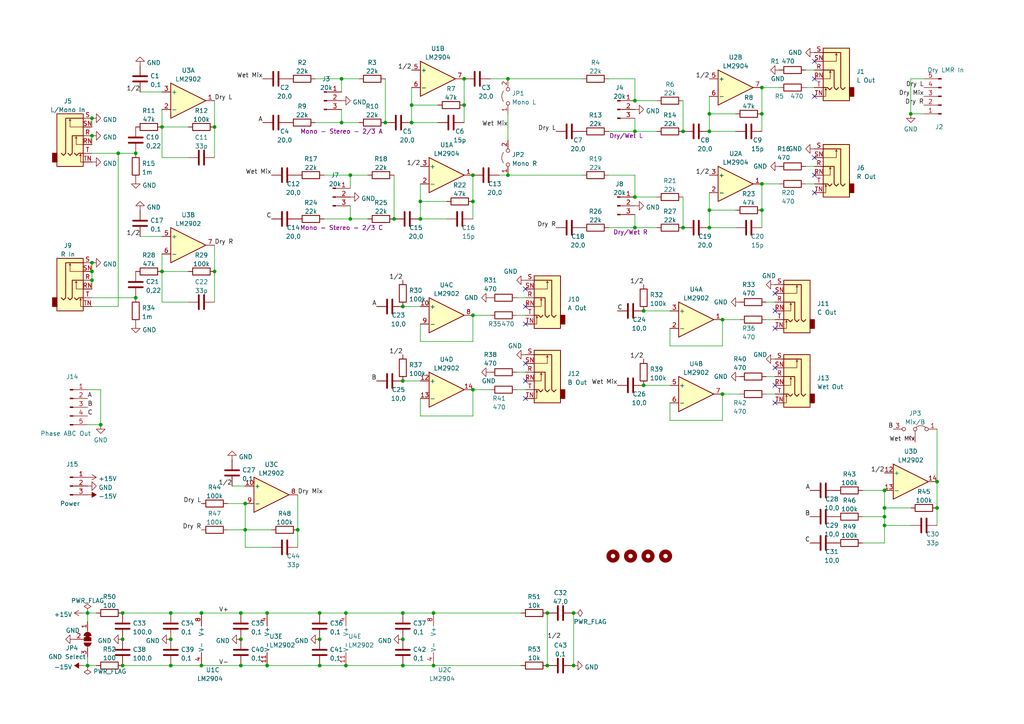
<source format=kicad_sch>
(kicad_sch (version 20211123) (generator eeschema)
  (paper "A4")
  (junction (at 116.84 185.42))
  (junction (at 116.84 193.04))
  (junction (at 26.67 78.74))
  (junction (at 184.15 38.1))
  (junction (at 99.06 35.56))
  (junction (at 35.56 177.8))
  (junction (at 137.16 50.8))
  (junction (at 49.53 193.04))
  (junction (at 264.16 33.02))
  (junction (at 158.75 177.8))
  (junction (at 92.71 193.04))
  (junction (at 69.85 185.42))
  (junction (at 205.74 66.04))
  (junction (at 184.15 57.15))
  (junction (at 271.78 139.7))
  (junction (at 46.99 78.74))
  (junction (at 198.12 66.04))
  (junction (at 77.47 193.04))
  (junction (at 111.76 35.56))
  (junction (at 26.67 76.2))
  (junction (at 69.85 193.04))
  (junction (at 25.4 177.8))
  (junction (at 39.37 44.45))
  (junction (at 166.37 193.04))
  (junction (at 121.92 58.42))
  (junction (at 205.74 33.02))
  (junction (at 116.84 88.9))
  (junction (at 205.74 60.96))
  (junction (at 137.16 91.44))
  (junction (at 100.33 193.04))
  (junction (at 34.29 44.45))
  (junction (at 271.78 147.32))
  (junction (at 49.53 185.42))
  (junction (at 58.42 177.8))
  (junction (at 71.12 146.05))
  (junction (at 25.4 193.04))
  (junction (at 137.16 113.03))
  (junction (at 158.75 193.04))
  (junction (at 35.56 193.04))
  (junction (at 125.73 177.8))
  (junction (at 137.16 58.42))
  (junction (at 86.36 153.67))
  (junction (at 256.54 147.32))
  (junction (at 220.98 60.96))
  (junction (at 26.67 81.28))
  (junction (at 184.15 29.21))
  (junction (at 116.84 177.8))
  (junction (at 101.6 63.5))
  (junction (at 184.15 66.04))
  (junction (at 220.98 33.02))
  (junction (at 116.84 110.49))
  (junction (at 209.55 114.3))
  (junction (at 71.12 153.67))
  (junction (at 58.42 193.04))
  (junction (at 92.71 185.42))
  (junction (at 220.98 25.4))
  (junction (at 205.74 38.1))
  (junction (at 125.73 193.04))
  (junction (at 39.37 86.36))
  (junction (at 49.53 177.8))
  (junction (at 147.32 22.86))
  (junction (at 186.69 90.17))
  (junction (at 69.85 177.8))
  (junction (at 26.67 39.37))
  (junction (at 134.62 30.48))
  (junction (at 46.99 36.83))
  (junction (at 119.38 30.48))
  (junction (at 62.23 78.74))
  (junction (at 114.3 63.5))
  (junction (at 220.98 53.34))
  (junction (at 121.92 63.5))
  (junction (at 147.32 50.8))
  (junction (at 256.54 152.4))
  (junction (at 134.62 22.86))
  (junction (at 92.71 177.8))
  (junction (at 186.69 111.76))
  (junction (at 166.37 177.8))
  (junction (at 256.54 149.86))
  (junction (at 35.56 185.42))
  (junction (at 209.55 92.71))
  (junction (at 62.23 36.83))
  (junction (at 101.6 50.8))
  (junction (at 29.21 123.19))
  (junction (at 256.54 142.24))
  (junction (at 100.33 177.8))
  (junction (at 119.38 35.56))
  (junction (at 198.12 38.1))
  (junction (at 77.47 177.8))
  (junction (at 26.67 34.29))
  (junction (at 99.06 22.86))
  (no_connect (at 152.4 105.41))
  (no_connect (at 236.22 45.72))
  (no_connect (at 152.4 110.49))
  (no_connect (at 224.79 116.84))
  (no_connect (at 236.22 27.94))
  (no_connect (at 152.4 83.82))
  (no_connect (at 224.79 111.76))
  (no_connect (at 236.22 55.88))
  (no_connect (at 236.22 17.78))
  (no_connect (at 236.22 22.86))
  (no_connect (at 152.4 93.98))
  (no_connect (at 224.79 106.68))
  (no_connect (at 224.79 90.17))
  (no_connect (at 236.22 50.8))
  (no_connect (at 224.79 85.09))
  (no_connect (at 224.79 95.25))
  (no_connect (at 152.4 115.57))
  (no_connect (at 152.4 88.9))
  (wire (pts (xy 46.99 31.75) (xy 46.99 36.83)))
  (wire (pts (xy 91.44 35.56) (xy 99.06 35.56)))
  (wire (pts (xy 25.4 123.19) (xy 29.21 123.19)))
  (wire (pts (xy 99.06 35.56) (xy 99.06 31.75)))
  (wire (pts (xy 46.99 73.66) (xy 46.99 78.74)))
  (wire (pts (xy 137.16 113.03) (xy 137.16 120.65)))
  (wire (pts (xy 100.33 177.8) (xy 116.84 177.8)))
  (wire (pts (xy 71.12 153.67) (xy 78.74 153.67)))
  (wire (pts (xy 54.61 45.72) (xy 46.99 45.72)))
  (wire (pts (xy 25.4 177.8) (xy 27.94 177.8)))
  (wire (pts (xy 176.53 22.86) (xy 184.15 22.86)))
  (wire (pts (xy 111.76 22.86) (xy 111.76 35.56)))
  (wire (pts (xy 194.31 116.84) (xy 194.31 121.92)))
  (wire (pts (xy 184.15 29.21) (xy 190.5 29.21)))
  (wire (pts (xy 250.19 149.86) (xy 256.54 149.86)))
  (wire (pts (xy 92.71 193.04) (xy 100.33 193.04)))
  (wire (pts (xy 142.24 22.86) (xy 147.32 22.86)))
  (wire (pts (xy 34.29 88.9) (xy 34.29 44.45)))
  (wire (pts (xy 66.04 146.05) (xy 71.12 146.05)))
  (wire (pts (xy 198.12 29.21) (xy 198.12 38.1)))
  (wire (pts (xy 71.12 158.75) (xy 71.12 153.67)))
  (wire (pts (xy 119.38 30.48) (xy 119.38 25.4)))
  (wire (pts (xy 198.12 57.15) (xy 198.12 66.04)))
  (wire (pts (xy 93.98 50.8) (xy 101.6 50.8)))
  (wire (pts (xy 256.54 147.32) (xy 256.54 142.24)))
  (wire (pts (xy 137.16 91.44) (xy 137.16 99.06)))
  (wire (pts (xy 92.71 177.8) (xy 100.33 177.8)))
  (wire (pts (xy 176.53 50.8) (xy 184.15 50.8)))
  (wire (pts (xy 49.53 193.04) (xy 58.42 193.04)))
  (wire (pts (xy 194.31 100.33) (xy 209.55 100.33)))
  (wire (pts (xy 137.16 113.03) (xy 142.24 113.03)))
  (wire (pts (xy 93.98 63.5) (xy 101.6 63.5)))
  (wire (pts (xy 250.19 142.24) (xy 256.54 142.24)))
  (wire (pts (xy 184.15 22.86) (xy 184.15 29.21)))
  (wire (pts (xy 186.69 90.17) (xy 194.31 90.17)))
  (wire (pts (xy 220.98 53.34) (xy 226.06 53.34)))
  (wire (pts (xy 101.6 54.61) (xy 101.6 50.8)))
  (wire (pts (xy 224.79 109.22) (xy 222.25 109.22)))
  (wire (pts (xy 67.31 140.97) (xy 71.12 140.97)))
  (wire (pts (xy 66.04 153.67) (xy 71.12 153.67)))
  (wire (pts (xy 147.32 50.8) (xy 144.78 50.8)))
  (wire (pts (xy 264.16 152.4) (xy 256.54 152.4)))
  (wire (pts (xy 267.97 22.86) (xy 264.16 22.86)))
  (wire (pts (xy 46.99 87.63) (xy 46.99 78.74)))
  (wire (pts (xy 25.4 113.03) (xy 29.21 113.03)))
  (wire (pts (xy 129.54 63.5) (xy 121.92 63.5)))
  (wire (pts (xy 100.33 193.04) (xy 116.84 193.04)))
  (wire (pts (xy 40.64 68.58) (xy 46.99 68.58)))
  (wire (pts (xy 137.16 50.8) (xy 137.16 58.42)))
  (wire (pts (xy 78.74 158.75) (xy 71.12 158.75)))
  (wire (pts (xy 62.23 36.83) (xy 62.23 45.72)))
  (wire (pts (xy 184.15 66.04) (xy 184.15 62.23)))
  (wire (pts (xy 209.55 92.71) (xy 209.55 100.33)))
  (wire (pts (xy 121.92 120.65) (xy 137.16 120.65)))
  (wire (pts (xy 168.91 50.8) (xy 147.32 50.8)))
  (wire (pts (xy 194.31 95.25) (xy 194.31 100.33)))
  (wire (pts (xy 34.29 44.45) (xy 39.37 44.45)))
  (wire (pts (xy 176.53 38.1) (xy 184.15 38.1)))
  (wire (pts (xy 116.84 193.04) (xy 125.73 193.04)))
  (wire (pts (xy 236.22 48.26) (xy 233.68 48.26)))
  (wire (pts (xy 256.54 152.4) (xy 256.54 149.86)))
  (wire (pts (xy 62.23 29.21) (xy 62.23 36.83)))
  (wire (pts (xy 250.19 157.48) (xy 256.54 157.48)))
  (wire (pts (xy 129.54 58.42) (xy 121.92 58.42)))
  (wire (pts (xy 205.74 38.1) (xy 205.74 33.02)))
  (wire (pts (xy 62.23 78.74) (xy 62.23 87.63)))
  (wire (pts (xy 86.36 143.51) (xy 86.36 153.67)))
  (wire (pts (xy 264.16 33.02) (xy 267.97 33.02)))
  (wire (pts (xy 26.67 78.74) (xy 26.67 81.28)))
  (wire (pts (xy 158.75 177.8) (xy 158.75 193.04)))
  (wire (pts (xy 121.92 58.42) (xy 121.92 53.34)))
  (wire (pts (xy 213.36 66.04) (xy 205.74 66.04)))
  (wire (pts (xy 62.23 71.12) (xy 62.23 78.74)))
  (wire (pts (xy 40.64 26.67) (xy 46.99 26.67)))
  (wire (pts (xy 26.67 88.9) (xy 34.29 88.9)))
  (wire (pts (xy 209.55 92.71) (xy 214.63 92.71)))
  (wire (pts (xy 256.54 147.32) (xy 264.16 147.32)))
  (wire (pts (xy 184.15 57.15) (xy 190.5 57.15)))
  (wire (pts (xy 152.4 86.36) (xy 149.86 86.36)))
  (wire (pts (xy 224.79 92.71) (xy 222.25 92.71)))
  (wire (pts (xy 25.4 193.04) (xy 27.94 193.04)))
  (wire (pts (xy 35.56 177.8) (xy 49.53 177.8)))
  (wire (pts (xy 121.92 115.57) (xy 121.92 120.65)))
  (wire (pts (xy 46.99 36.83) (xy 54.61 36.83)))
  (wire (pts (xy 26.67 76.2) (xy 26.67 78.74)))
  (wire (pts (xy 58.42 193.04) (xy 69.85 193.04)))
  (wire (pts (xy 116.84 88.9) (xy 121.92 88.9)))
  (wire (pts (xy 205.74 60.96) (xy 205.74 55.88)))
  (wire (pts (xy 220.98 33.02) (xy 220.98 38.1)))
  (wire (pts (xy 220.98 25.4) (xy 220.98 33.02)))
  (wire (pts (xy 121.92 93.98) (xy 121.92 99.06)))
  (wire (pts (xy 220.98 25.4) (xy 226.06 25.4)))
  (wire (pts (xy 264.16 22.86) (xy 264.16 33.02)))
  (wire (pts (xy 224.79 87.63) (xy 222.25 87.63)))
  (wire (pts (xy 86.36 153.67) (xy 86.36 158.75)))
  (wire (pts (xy 205.74 27.94) (xy 205.74 33.02)))
  (wire (pts (xy 184.15 50.8) (xy 184.15 57.15)))
  (wire (pts (xy 91.44 22.86) (xy 99.06 22.86)))
  (wire (pts (xy 220.98 60.96) (xy 220.98 66.04)))
  (wire (pts (xy 147.32 33.02) (xy 147.32 40.64)))
  (wire (pts (xy 119.38 35.56) (xy 119.38 30.48)))
  (wire (pts (xy 29.21 113.03) (xy 29.21 123.19)))
  (wire (pts (xy 77.47 177.8) (xy 92.71 177.8)))
  (wire (pts (xy 271.78 124.46) (xy 271.78 139.7)))
  (wire (pts (xy 205.74 66.04) (xy 205.74 60.96)))
  (wire (pts (xy 271.78 147.32) (xy 271.78 152.4)))
  (wire (pts (xy 220.98 53.34) (xy 220.98 60.96)))
  (wire (pts (xy 69.85 193.04) (xy 77.47 193.04)))
  (wire (pts (xy 134.62 30.48) (xy 134.62 35.56)))
  (wire (pts (xy 49.53 177.8) (xy 58.42 177.8)))
  (wire (pts (xy 209.55 114.3) (xy 214.63 114.3)))
  (wire (pts (xy 26.67 39.37) (xy 26.67 41.91)))
  (wire (pts (xy 114.3 50.8) (xy 114.3 63.5)))
  (wire (pts (xy 46.99 45.72) (xy 46.99 36.83)))
  (wire (pts (xy 26.67 44.45) (xy 34.29 44.45)))
  (wire (pts (xy 271.78 139.7) (xy 271.78 147.32)))
  (wire (pts (xy 25.4 190.5) (xy 25.4 193.04)))
  (wire (pts (xy 213.36 38.1) (xy 205.74 38.1)))
  (wire (pts (xy 71.12 146.05) (xy 71.12 153.67)))
  (wire (pts (xy 127 35.56) (xy 119.38 35.56)))
  (wire (pts (xy 256.54 157.48) (xy 256.54 152.4)))
  (wire (pts (xy 147.32 22.86) (xy 168.91 22.86)))
  (wire (pts (xy 152.4 91.44) (xy 149.86 91.44)))
  (wire (pts (xy 125.73 177.8) (xy 151.13 177.8)))
  (wire (pts (xy 58.42 177.8) (xy 69.85 177.8)))
  (wire (pts (xy 236.22 25.4) (xy 233.68 25.4)))
  (wire (pts (xy 35.56 193.04) (xy 49.53 193.04)))
  (wire (pts (xy 54.61 87.63) (xy 46.99 87.63)))
  (wire (pts (xy 152.4 113.03) (xy 149.86 113.03)))
  (wire (pts (xy 26.67 34.29) (xy 26.67 36.83)))
  (wire (pts (xy 24.13 193.04) (xy 25.4 193.04)))
  (wire (pts (xy 186.69 111.76) (xy 194.31 111.76)))
  (wire (pts (xy 184.15 34.29) (xy 184.15 38.1)))
  (wire (pts (xy 121.92 63.5) (xy 121.92 58.42)))
  (wire (pts (xy 26.67 86.36) (xy 39.37 86.36)))
  (wire (pts (xy 101.6 50.8) (xy 106.68 50.8)))
  (wire (pts (xy 205.74 60.96) (xy 213.36 60.96)))
  (wire (pts (xy 116.84 110.49) (xy 121.92 110.49)))
  (wire (pts (xy 256.54 149.86) (xy 256.54 147.32)))
  (wire (pts (xy 25.4 177.8) (xy 25.4 180.34)))
  (wire (pts (xy 194.31 121.92) (xy 209.55 121.92)))
  (wire (pts (xy 209.55 114.3) (xy 209.55 121.92)))
  (wire (pts (xy 190.5 66.04) (xy 184.15 66.04)))
  (wire (pts (xy 26.67 81.28) (xy 26.67 83.82)))
  (wire (pts (xy 99.06 26.67) (xy 99.06 22.86)))
  (wire (pts (xy 116.84 177.8) (xy 125.73 177.8)))
  (wire (pts (xy 24.13 177.8) (xy 25.4 177.8)))
  (wire (pts (xy 236.22 53.34) (xy 233.68 53.34)))
  (wire (pts (xy 77.47 193.04) (xy 92.71 193.04)))
  (wire (pts (xy 121.92 99.06) (xy 137.16 99.06)))
  (wire (pts (xy 127 30.48) (xy 119.38 30.48)))
  (wire (pts (xy 137.16 58.42) (xy 137.16 63.5)))
  (wire (pts (xy 137.16 91.44) (xy 142.24 91.44)))
  (wire (pts (xy 176.53 66.04) (xy 184.15 66.04)))
  (wire (pts (xy 236.22 20.32) (xy 233.68 20.32)))
  (wire (pts (xy 166.37 177.8) (xy 166.37 193.04)))
  (wire (pts (xy 104.14 35.56) (xy 99.06 35.56)))
  (wire (pts (xy 224.79 114.3) (xy 222.25 114.3)))
  (wire (pts (xy 106.68 63.5) (xy 101.6 63.5)))
  (wire (pts (xy 46.99 78.74) (xy 54.61 78.74)))
  (wire (pts (xy 134.62 22.86) (xy 134.62 30.48)))
  (wire (pts (xy 99.06 22.86) (xy 104.14 22.86)))
  (wire (pts (xy 152.4 107.95) (xy 149.86 107.95)))
  (wire (pts (xy 69.85 177.8) (xy 77.47 177.8)))
  (wire (pts (xy 205.74 33.02) (xy 213.36 33.02)))
  (wire (pts (xy 184.15 38.1) (xy 190.5 38.1)))
  (wire (pts (xy 101.6 63.5) (xy 101.6 59.69)))
  (wire (pts (xy 125.73 193.04) (xy 151.13 193.04)))
  (label "Wet Mix" (at 76.2 22.86 180))
  (label "1{slash}2" (at 119.38 20.32 180))
  (label "Dry R" (at 267.97 30.48 180))
  (label "Dry R" (at 62.23 71.12 0))
  (label "1{slash}2" (at 186.69 104.14 180))
  (label "Dry Mix" (at 86.36 143.51 0))
  (label "C" (at 25.4 120.65 0))
  (label "B" (at 259.08 124.46 180))
  (label "Wet Mix" (at 179.07 111.76 180))
  (label "1{slash}2" (at 40.64 26.67 180))
  (label "V-" (at 63.5 193.04 0))
  (label "Dry L" (at 267.97 25.4 180))
  (label "Wet Mix" (at 265.43 128.27 180))
  (label "A" (at 76.2 35.56 180))
  (label "A" (at 109.22 88.9 180))
  (label "Wet Mix" (at 78.74 50.8 180))
  (label "C" (at 179.07 90.17 0))
  (label "1{slash}2" (at 256.54 137.16 180))
  (label "Dry Mix" (at 267.97 27.94 180))
  (label "Dry L" (at 58.42 146.05 180))
  (label "1{slash}2" (at 205.74 22.86 180))
  (label "A" (at 25.4 115.57 0))
  (label "Dry R" (at 161.29 66.04 180))
  (label "1{slash}2" (at 121.92 48.26 180))
  (label "1{slash}2" (at 205.74 50.8 180))
  (label "1{slash}2" (at 116.84 81.28 180))
  (label "C" (at 234.95 157.48 180))
  (label "B" (at 25.4 118.11 0))
  (label "Wet Mix" (at 147.32 36.83 180))
  (label "1{slash}2" (at 40.64 68.58 180))
  (label "V+" (at 63.5 177.8 0))
  (label "B" (at 109.22 110.49 180))
  (label "Dry R" (at 58.42 153.67 180))
  (label "1{slash}2" (at 116.84 102.87 180))
  (label "1{slash}2" (at 67.31 140.97 180))
  (label "Dry L" (at 161.29 38.1 180))
  (label "A" (at 234.95 142.24 180))
  (label "B" (at 234.95 149.86 180))
  (label "C" (at 78.74 63.5 180))
  (label "Dry L" (at 62.23 29.21 0))
  (label "1{slash}2" (at 158.75 185.42 0))
  (label "1{slash}2" (at 186.69 82.55 180))
  (symbol (lib_id "Device:R") (at 194.31 66.04 90) (unit 1)
    (property "Reference" "R27" (at 194.31 61.3242 90))
    (property "Value" "22k" (at 194.31 63.8611 90))
    (property "Footprint" "Resistor_SMD:R_1206_3216Metric_Pad1.30x1.75mm_HandSolder" (effects hide))
  )
  (symbol (lib_id "power:GND") (at 226.06 48.26 270) (unit 1)
    (property "Reference" "#PWR0120" (effects hide))
    (property "Value" "GND" (at 218.44 48.26 90) (effects (justify left)))
  )
  (symbol (lib_id "Amplifier_Operational:LM2902") (at 201.93 114.3 0) (unit 2)
    (property "Reference" "U4" (at 201.93 105.5202 0))
    (property "Value" "LM2902" (at 201.93 108.0571 0))
    (property "Footprint" "Package_DIP:DIP-14_W7.62mm" (effects hide))
    (property "Datasheet" "http://www.ti.com/lit/ds/symlink/lm2902-n.pdf" (effects hide))
  )
  (symbol (lib_id "Device:C") (at 138.43 22.86 90) (unit 1)
    (property "Reference" "C3" (at 140.97 25.4 90))
    (property "Value" "20,0" (at 140.97 27.94 90))
    (property "Footprint" "Capacitor_SMD:C_1206_3216Metric_Pad1.33x1.80mm_HandSolder" (effects hide))
  )
  (symbol (lib_id "Device:R") (at 146.05 113.03 90) (unit 1)
    (property "Reference" "R41" (at 144.78 115.57 90))
    (property "Value" "470" (at 144.78 118.11 90))
    (property "Footprint" "Resistor_SMD:R_1206_3216Metric_Pad1.30x1.75mm_HandSolder" (effects hide))
  )
  (symbol (lib_id "Device:R") (at 194.31 38.1 90) (unit 1)
    (property "Reference" "R14" (at 194.31 33.3842 90))
    (property "Value" "22k" (at 194.31 35.9211 90))
    (property "Footprint" "Resistor_SMD:R_1206_3216Metric_Pad1.30x1.75mm_HandSolder" (effects hide))
  )
  (symbol (lib_id "Amplifier_Operational:LM2902") (at 102.87 185.42 0) (unit 5)
    (property "Reference" "U4" (at 100.965 184.5853 0) (effects (justify left)))
    (property "Value" "LM2902" (at 100.965 187.1222 0) (effects (justify left)))
    (property "Footprint" "Package_DIP:DIP-14_W7.62mm" (effects hide))
    (property "Datasheet" "http://www.ti.com/lit/ds/symlink/lm2902-n.pdf" (effects hide))
  )
  (symbol (lib_id "Connector:AudioJack3_Switch") (at 157.48 107.95 0) (mirror y) (unit 1)
    (property "Reference" "J12" (at 164.592 108.3853 0) (effects (justify right)))
    (property "Value" "B Out" (at 164.592 110.9222 0) (effects (justify right)))
    (property "Footprint" "Connector_Audio:Jack_6.35mm_Neutrik_NMJ6HCD2_Horizontal" (effects hide))
  )
  (symbol (lib_id "Connector:Conn_01x05_Male") (at 273.05 27.94 180) (unit 1)
    (property "Reference" "J2" (at 272.415 36.796 0))
    (property "Value" "Dry LMR In" (at 274.32 20.32 0))
    (property "Footprint" "Connector_PinHeader_2.54mm:PinHeader_1x05_P2.54mm_Vertical" (effects hide))
  )
  (symbol (lib_id "Jumper:SolderJumper_3_Bridged12") (at 25.4 185.42 270) (unit 1)
    (property "Reference" "JP4" (at 19.05 187.96 90) (effects (justify left)))
    (property "Value" "GND Select" (at 13.97 190.5 90) (effects (justify left)))
    (property "Footprint" "Connector_PinHeader_2.54mm:PinHeader_1x03_P2.54mm_Vertical" (effects hide))
  )
  (symbol (lib_id "Device:C") (at 267.97 152.4 90) (unit 1)
    (property "Reference" "C30" (at 270.51 154.94 90))
    (property "Value" "33p" (at 270.51 157.48 90))
    (property "Footprint" "Capacitor_THT:C_Disc_D5.0mm_W2.5mm_P2.50mm" (effects hide))
  )
  (symbol (lib_id "Device:R") (at 110.49 63.5 90) (unit 1)
    (property "Reference" "R25" (at 110.49 58.7842 90))
    (property "Value" "22k" (at 110.49 61.3211 90))
    (property "Footprint" "Resistor_SMD:R_1206_3216Metric_Pad1.30x1.75mm_HandSolder" (effects hide))
  )
  (symbol (lib_id "Device:R") (at 218.44 92.71 90) (unit 1)
    (property "Reference" "R36" (at 217.17 95.25 90))
    (property "Value" "470" (at 217.17 97.79 90))
    (property "Footprint" "Resistor_SMD:R_1206_3216Metric_Pad1.30x1.75mm_HandSolder" (effects hide))
  )
  (symbol (lib_id "Device:R") (at 229.87 53.34 90) (unit 1)
    (property "Reference" "R20" (at 228.6 55.88 90))
    (property "Value" "470" (at 228.6 58.42 90))
    (property "Footprint" "Resistor_SMD:R_1206_3216Metric_Pad1.30x1.75mm_HandSolder" (effects hide))
  )
  (symbol (lib_id "Device:C") (at 58.42 87.63 90) (unit 1)
    (property "Reference" "C22" (at 58.42 81.7712 90))
    (property "Value" "33p" (at 58.42 84.3081 90))
    (property "Footprint" "Capacitor_THT:C_Disc_D5.0mm_W2.5mm_P2.50mm" (effects hide))
  )
  (symbol (lib_id "Device:R") (at 39.37 48.26 180) (unit 1)
    (property "Reference" "R15" (at 41.148 47.4253 0) (effects (justify right)))
    (property "Value" "1m" (at 41.148 49.9622 0) (effects (justify right)))
    (property "Footprint" "Resistor_SMD:R_1206_3216Metric_Pad1.30x1.75mm_HandSolder" (effects hide))
  )
  (symbol (lib_id "Device:R") (at 87.63 35.56 90) (unit 1)
    (property "Reference" "R9" (at 87.63 30.8442 90))
    (property "Value" "22k" (at 87.63 33.3811 90))
    (property "Footprint" "Resistor_SMD:R_1206_3216Metric_Pad1.30x1.75mm_HandSolder" (effects hide))
  )
  (symbol (lib_id "Connector:Conn_01x03_Male") (at 96.52 57.15 0) (unit 1)
    (property "Reference" "J7" (at 97.155 50.834 0))
    (property "Value" "20k" (at 97.155 53.3709 0))
    (property "Footprint" "Connector_PinHeader_2.54mm:PinHeader_1x03_P2.54mm_Vertical" (effects hide))
    (property "Label" "Mono - Stereo - 2/3 C" (at 99.06 66.04 0))
  )
  (symbol (lib_id "Device:R") (at 130.81 30.48 90) (unit 1)
    (property "Reference" "R7" (at 130.81 25.7642 90))
    (property "Value" "47k" (at 130.81 28.3011 90))
    (property "Footprint" "Resistor_SMD:R_1206_3216Metric_Pad1.30x1.75mm_HandSolder" (effects hide))
  )
  (symbol (lib_id "power:GND") (at 26.67 46.99 90) (unit 1)
    (property "Reference" "#PWR0109" (effects hide))
    (property "Value" "GND" (at 29.845 47.4238 90) (effects (justify right)))
  )
  (symbol (lib_id "Device:R") (at 58.42 36.83 90) (unit 1)
    (property "Reference" "R12" (at 58.42 32.1142 90))
    (property "Value" "100k" (at 58.42 34.6511 90))
    (property "Footprint" "Resistor_SMD:R_1206_3216Metric_Pad1.30x1.75mm_HandSolder" (effects hide))
  )
  (symbol (lib_id "Mechanical:MountingHole") (at 187.96 161.29 0) (unit 1)
    (property "Reference" "H3" (effects hide))
    (property "Value" "MountingHole" (effects hide))
    (property "Footprint" "MountingHole:MountingHole_3.2mm_M3" (effects hide))
  )
  (symbol (lib_id "Amplifier_Operational:LM2902") (at 78.74 143.51 0) (unit 3)
    (property "Reference" "U3" (at 78.74 134.7302 0))
    (property "Value" "LM2902" (at 78.74 137.2671 0))
    (property "Footprint" "Package_DIP:DIP-14_W7.62mm" (effects hide))
    (property "Datasheet" "http://www.ti.com/lit/ds/symlink/lm2902-n.pdf" (effects hide))
  )
  (symbol (lib_id "power:GND") (at 264.16 33.02 0) (unit 1)
    (property "Reference" "#PWR0119" (effects hide))
    (property "Value" "GND" (at 264.16 37.4634 0))
  )
  (symbol (lib_id "Amplifier_Operational:LM2904") (at 213.36 53.34 0) (unit 1)
    (property "Reference" "U2" (at 213.36 44.5602 0))
    (property "Value" "LM2904" (at 213.36 47.0971 0))
    (property "Footprint" "Package_DIP:DIP-8_W7.62mm" (effects hide))
    (property "Datasheet" "http://www.ti.com/lit/ds/symlink/lm358.pdf" (effects hide))
  )
  (symbol (lib_id "power:PWR_FLAG") (at 25.4 177.8 0) (unit 1)
    (property "Reference" "#FLG0102" (effects hide))
    (property "Value" "PWR_FLAG" (at 25.4 174.2242 0))
  )
  (symbol (lib_id "Device:C") (at 35.56 181.61 0) (unit 1)
    (property "Reference" "C33" (at 38.481 180.7753 0) (effects (justify left)))
    (property "Value" "100,0" (at 38.481 183.3122 0) (effects (justify left)))
    (property "Footprint" "Capacitor_SMD:C_Elec_6.3x5.8" (effects hide))
  )
  (symbol (lib_id "power:GND") (at 40.64 19.05 180) (unit 1)
    (property "Reference" "#PWR0101" (effects hide))
    (property "Value" "GND" (at 42.545 18.2138 0) (effects (justify right)))
  )
  (symbol (lib_id "Device:C") (at 217.17 38.1 90) (unit 1)
    (property "Reference" "C9" (at 219.71 40.64 90))
    (property "Value" "15p" (at 219.71 43.18 90))
    (property "Footprint" "Capacitor_THT:C_Disc_D5.0mm_W2.5mm_P2.50mm" (effects hide))
  )
  (symbol (lib_id "Device:C") (at 67.31 137.16 0) (unit 1)
    (property "Reference" "C27" (at 70.231 136.3253 0) (effects (justify left)))
    (property "Value" "0,1" (at 70.231 138.8622 0) (effects (justify left)))
    (property "Footprint" "Capacitor_SMD:C_1206_3216Metric_Pad1.33x1.80mm_HandSolder" (effects hide))
  )
  (symbol (lib_id "Jumper:Jumper_2_Open") (at 147.32 27.94 90) (unit 1)
    (property "Reference" "JP1" (at 148.463 27.1053 90) (effects (justify right)))
    (property "Value" "Mono L" (at 148.463 29.6422 90) (effects (justify right)))
    (property "Footprint" "Connector_PinHeader_2.54mm:PinHeader_1x02_P2.54mm_Vertical" (effects hide))
  )
  (symbol (lib_id "power:GND") (at 25.4 140.97 90) (unit 1)
    (property "Reference" "#PWR0128" (effects hide))
    (property "Value" "GND" (at 28.575 141.4038 90) (effects (justify right)))
  )
  (symbol (lib_id "Connector:AudioJack3_Switch") (at 241.3 20.32 0) (mirror y) (unit 1)
    (property "Reference" "J1" (at 248.412 20.7553 0) (effects (justify right)))
    (property "Value" "L Out" (at 248.412 23.2922 0) (effects (justify right)))
    (property "Footprint" "Connector_Audio:Jack_6.35mm_Neutrik_NMJ6HCD2_Horizontal" (effects hide))
  )
  (symbol (lib_id "Connector:AudioJack3_Switch") (at 157.48 86.36 0) (mirror y) (unit 1)
    (property "Reference" "J10" (at 164.592 86.7953 0) (effects (justify right)))
    (property "Value" "A Out" (at 164.592 89.3322 0) (effects (justify right)))
    (property "Footprint" "Connector_Audio:Jack_6.35mm_Neutrik_NMJ6HCD2_Horizontal" (effects hide))
  )
  (symbol (lib_id "Device:C") (at 182.88 90.17 90) (unit 1)
    (property "Reference" "C24" (at 185.42 92.71 90))
    (property "Value" "10,0" (at 185.42 95.25 90))
    (property "Footprint" "Capacitor_SMD:C_0805_2012Metric_Pad1.18x1.45mm_HandSolder" (effects hide))
  )
  (symbol (lib_id "Device:C") (at 133.35 63.5 90) (unit 1)
    (property "Reference" "C16" (at 135.89 66.04 90))
    (property "Value" "15p" (at 135.89 68.58 90))
    (property "Footprint" "Capacitor_THT:C_Disc_D5.0mm_W2.5mm_P2.50mm" (effects hide))
  )
  (symbol (lib_id "Device:R") (at 90.17 50.8 90) (unit 1)
    (property "Reference" "R17" (at 90.17 46.0842 90))
    (property "Value" "22k" (at 90.17 48.6211 90))
    (property "Footprint" "Resistor_SMD:R_1206_3216Metric_Pad1.30x1.75mm_HandSolder" (effects hide))
  )
  (symbol (lib_id "Device:C") (at 40.64 64.77 0) (unit 1)
    (property "Reference" "C17" (at 43.561 63.9353 0) (effects (justify left)))
    (property "Value" "0,1" (at 43.561 66.4722 0) (effects (justify left)))
    (property "Footprint" "Capacitor_SMD:C_1206_3216Metric_Pad1.33x1.80mm_HandSolder" (effects hide))
  )
  (symbol (lib_id "Device:R") (at 217.17 33.02 90) (unit 1)
    (property "Reference" "R8" (at 217.17 28.3042 90))
    (property "Value" "47k" (at 217.17 30.8411 90))
    (property "Footprint" "Resistor_SMD:R_1206_3216Metric_Pad1.30x1.75mm_HandSolder" (effects hide))
  )
  (symbol (lib_id "Device:C") (at 118.11 63.5 90) (unit 1)
    (property "Reference" "C15" (at 120.65 66.04 90))
    (property "Value" "20,0" (at 120.65 68.58 90))
    (property "Footprint" "Capacitor_SMD:C_1206_3216Metric_Pad1.33x1.80mm_HandSolder" (effects hide))
  )
  (symbol (lib_id "Device:C") (at 69.85 189.23 0) (unit 1)
    (property "Reference" "C40" (at 72.771 188.3953 0) (effects (justify left)))
    (property "Value" "0,1" (at 72.771 190.9322 0) (effects (justify left)))
    (property "Footprint" "Capacitor_SMD:C_1206_3216Metric_Pad1.33x1.80mm_HandSolder" (effects hide))
  )
  (symbol (lib_id "Device:R") (at 229.87 25.4 90) (unit 1)
    (property "Reference" "R5" (at 226.06 27.94 90))
    (property "Value" "470" (at 231.14 27.94 90))
    (property "Footprint" "Resistor_SMD:R_1206_3216Metric_Pad1.30x1.75mm_HandSolder" (effects hide))
  )
  (symbol (lib_id "Device:R") (at 39.37 90.17 180) (unit 1)
    (property "Reference" "R34" (at 41.148 89.3353 0) (effects (justify right)))
    (property "Value" "1m" (at 41.148 91.8722 0) (effects (justify right)))
    (property "Footprint" "Resistor_SMD:R_1206_3216Metric_Pad1.30x1.75mm_HandSolder" (effects hide))
  )
  (symbol (lib_id "Connector:Conn_01x03_Male") (at 93.98 29.21 0) (unit 1)
    (property "Reference" "J3" (at 94.615 22.894 0))
    (property "Value" "20k" (at 94.615 25.4309 0))
    (property "Footprint" "Connector_PinHeader_2.54mm:PinHeader_1x03_P2.54mm_Vertical" (effects hide))
    (property "Label" "Mono - Stereo - 2/3 A" (at 99.06 38.1 0))
  )
  (symbol (lib_id "power:+15V") (at 24.13 177.8 90) (unit 1)
    (property "Reference" "#PWR0132" (effects hide))
    (property "Value" "+15V" (at 20.955 178.2338 90) (effects (justify left)))
  )
  (symbol (lib_id "Device:C") (at 82.55 158.75 90) (unit 1)
    (property "Reference" "C44" (at 85.09 161.29 90))
    (property "Value" "33p" (at 85.09 163.83 90))
    (property "Footprint" "Capacitor_THT:C_Disc_D5.0mm_W2.5mm_P2.50mm" (effects hide))
  )
  (symbol (lib_id "Device:C") (at 35.56 189.23 0) (unit 1)
    (property "Reference" "C38" (at 38.481 188.3953 0) (effects (justify left)))
    (property "Value" "100,0" (at 38.481 190.9322 0) (effects (justify left)))
    (property "Footprint" "Capacitor_SMD:C_Elec_6.3x5.8" (effects hide))
  )
  (symbol (lib_id "power:GND") (at 26.67 39.37 90) (unit 1)
    (property "Reference" "#PWR0103" (effects hide))
    (property "Value" "GND" (at 29.845 39.8038 90) (effects (justify right)))
  )
  (symbol (lib_id "power:PWR_FLAG") (at 25.4 193.04 180) (unit 1)
    (property "Reference" "#FLG0101" (effects hide))
    (property "Value" "PWR_FLAG" (at 27.051 194.7438 0) (effects (justify right)))
  )
  (symbol (lib_id "Device:R") (at 229.87 48.26 90) (unit 1)
    (property "Reference" "R16" (at 227.33 43.18 90))
    (property "Value" "470" (at 227.33 45.72 90))
    (property "Footprint" "Resistor_SMD:R_1206_3216Metric_Pad1.30x1.75mm_HandSolder" (effects hide))
  )
  (symbol (lib_id "Device:R") (at 246.38 142.24 90) (unit 1)
    (property "Reference" "R43" (at 246.38 137.5242 90))
    (property "Value" "100k" (at 246.38 140.0611 90))
    (property "Footprint" "Resistor_SMD:R_1206_3216Metric_Pad1.30x1.75mm_HandSolder" (effects hide))
  )
  (symbol (lib_id "power:GND") (at 101.6 57.15 90) (unit 1)
    (property "Reference" "#PWR0105" (effects hide))
    (property "Value" "GND" (at 104.775 57.5838 90) (effects (justify right)))
  )
  (symbol (lib_id "Device:R") (at 194.31 57.15 90) (unit 1)
    (property "Reference" "R21" (at 194.31 52.4342 90))
    (property "Value" "22k" (at 194.31 54.9711 90))
    (property "Footprint" "Resistor_SMD:R_1206_3216Metric_Pad1.30x1.75mm_HandSolder" (effects hide))
  )
  (symbol (lib_id "power:GND") (at 184.15 31.75 90) (unit 1)
    (property "Reference" "#PWR0115" (effects hide))
    (property "Value" "GND" (at 187.325 32.1838 90) (effects (justify right)))
  )
  (symbol (lib_id "Jumper:Jumper_2_Open") (at 147.32 45.72 90) (unit 1)
    (property "Reference" "JP2" (at 148.463 44.8853 90) (effects (justify right)))
    (property "Value" "Mono R" (at 148.463 47.4222 90) (effects (justify right)))
    (property "Footprint" "Connector_PinHeader_2.54mm:PinHeader_1x02_P2.54mm_Vertical" (effects hide))
  )
  (symbol (lib_id "power:-15V") (at 24.13 193.04 90) (unit 1)
    (property "Reference" "#PWR0131" (effects hide))
    (property "Value" "-15V" (at 20.955 193.4738 90) (effects (justify left)))
  )
  (symbol (lib_id "Device:C") (at 162.56 177.8 90) (unit 1)
    (property "Reference" "C32" (at 162.56 171.9412 90))
    (property "Value" "47,0" (at 162.56 174.4781 90))
    (property "Footprint" "Capacitor_SMD:C_Elec_6.3x5.8" (effects hide))
  )
  (symbol (lib_id "power:GND") (at 35.56 185.42 270) (unit 1)
    (property "Reference" "#PWR0134" (effects hide))
    (property "Value" "GND" (at 32.3851 185.8538 90) (effects (justify right)))
  )
  (symbol (lib_id "Device:R") (at 43.18 78.74 90) (unit 1)
    (property "Reference" "R28" (at 43.18 74.0242 90))
    (property "Value" "47k" (at 43.18 76.5611 90))
    (property "Footprint" "Resistor_SMD:R_1206_3216Metric_Pad1.30x1.75mm_HandSolder" (effects hide))
  )
  (symbol (lib_id "Device:C") (at 116.84 181.61 0) (unit 1)
    (property "Reference" "C37" (at 119.761 180.7753 0) (effects (justify left)))
    (property "Value" "0,1" (at 119.761 183.3122 0) (effects (justify left)))
    (property "Footprint" "Capacitor_SMD:C_1206_3216Metric_Pad1.33x1.80mm_HandSolder" (effects hide))
  )
  (symbol (lib_id "Device:R") (at 82.55 153.67 90) (unit 1)
    (property "Reference" "R48" (at 82.55 148.9542 90))
    (property "Value" "100k" (at 82.55 151.4911 90))
    (property "Footprint" "Resistor_SMD:R_1206_3216Metric_Pad1.30x1.75mm_HandSolder" (effects hide))
  )
  (symbol (lib_id "Device:R") (at 87.63 22.86 90) (unit 1)
    (property "Reference" "R2" (at 87.63 18.1442 90))
    (property "Value" "22k" (at 87.63 20.6811 90))
    (property "Footprint" "Resistor_SMD:R_1206_3216Metric_Pad1.30x1.75mm_HandSolder" (effects hide))
  )
  (symbol (lib_id "power:GND") (at 67.31 133.35 180) (unit 1)
    (property "Reference" "#PWR0136" (effects hide))
    (property "Value" "GND" (at 69.215 132.5138 0) (effects (justify right)))
  )
  (symbol (lib_id "power:GND") (at 39.37 52.07 0) (unit 1)
    (property "Reference" "#PWR0111" (effects hide))
    (property "Value" "GND" (at 41.275 53.7738 0) (effects (justify left)))
  )
  (symbol (lib_id "Device:R") (at 246.38 149.86 90) (unit 1)
    (property "Reference" "R46" (at 246.38 145.1442 90))
    (property "Value" "100k" (at 246.38 147.6811 90))
    (property "Footprint" "Resistor_SMD:R_1206_3216Metric_Pad1.30x1.75mm_HandSolder" (effects hide))
  )
  (symbol (lib_id "power:PWR_FLAG") (at 166.37 177.8 270) (unit 1)
    (property "Reference" "#FLG0103" (effects hide))
    (property "Value" "PWR_FLAG" (at 166.37 180.34 90) (effects (justify left)))
  )
  (symbol (lib_id "Device:C") (at 140.97 50.8 90) (unit 1)
    (property "Reference" "C13" (at 143.51 53.34 90))
    (property "Value" "20,0" (at 143.51 55.88 90))
    (property "Footprint" "Capacitor_SMD:C_1206_3216Metric_Pad1.33x1.80mm_HandSolder" (effects hide))
  )
  (symbol (lib_id "Device:C") (at 201.93 38.1 90) (unit 1)
    (property "Reference" "C8" (at 204.47 40.64 90))
    (property "Value" "20,0" (at 204.47 43.18 90))
    (property "Footprint" "Capacitor_SMD:C_1206_3216Metric_Pad1.33x1.80mm_HandSolder" (effects hide))
  )
  (symbol (lib_id "Device:C") (at 82.55 50.8 90) (unit 1)
    (property "Reference" "C12" (at 85.09 53.34 90))
    (property "Value" "20,0" (at 85.09 55.88 90))
    (property "Footprint" "Capacitor_SMD:C_1206_3216Metric_Pad1.33x1.80mm_HandSolder" (effects hide))
  )
  (symbol (lib_id "Device:C") (at 69.85 181.61 0) (unit 1)
    (property "Reference" "C35" (at 72.771 180.7753 0) (effects (justify left)))
    (property "Value" "0,1" (at 72.771 183.3122 0) (effects (justify left)))
    (property "Footprint" "Capacitor_SMD:C_1206_3216Metric_Pad1.33x1.80mm_HandSolder" (effects hide))
  )
  (symbol (lib_id "Device:R") (at 62.23 146.05 90) (unit 1)
    (property "Reference" "R44" (at 62.23 141.3342 90))
    (property "Value" "100k" (at 62.23 143.8711 90))
    (property "Footprint" "Resistor_SMD:R_1206_3216Metric_Pad1.30x1.75mm_HandSolder" (effects hide))
  )
  (symbol (lib_id "power:GND") (at 152.4 81.28 270) (unit 1)
    (property "Reference" "#PWR0107" (effects hide))
    (property "Value" "GND" (at 146.05 78.74 90) (effects (justify left)))
  )
  (symbol (lib_id "Connector:Conn_01x05_Male") (at 20.32 118.11 0) (unit 1)
    (property "Reference" "J14" (at 20.955 109.254 0))
    (property "Value" "Phase ABC Out" (at 19.05 125.73 0))
    (property "Footprint" "Connector_PinHeader_2.54mm:PinHeader_1x05_P2.54mm_Vertical" (effects hide))
  )
  (symbol (lib_id "Device:R") (at 116.84 106.68 180) (unit 1)
    (property "Reference" "R37" (at 118.618 105.8453 0) (effects (justify right)))
    (property "Value" "100k" (at 118.618 108.3822 0) (effects (justify right)))
    (property "Footprint" "Resistor_SMD:R_1206_3216Metric_Pad1.30x1.75mm_HandSolder" (effects hide))
  )
  (symbol (lib_id "power:GND") (at 99.06 29.21 90) (unit 1)
    (property "Reference" "#PWR0104" (effects hide))
    (property "Value" "GND" (at 102.235 29.6438 90) (effects (justify right)))
  )
  (symbol (lib_id "Device:R") (at 172.72 38.1 90) (unit 1)
    (property "Reference" "R13" (at 172.72 33.3842 90))
    (property "Value" "22k" (at 172.72 35.9211 90))
    (property "Footprint" "Resistor_SMD:R_1206_3216Metric_Pad1.30x1.75mm_HandSolder" (effects hide))
  )
  (symbol (lib_id "Device:R") (at 43.18 36.83 90) (unit 1)
    (property "Reference" "R11" (at 43.18 32.1142 90))
    (property "Value" "47k" (at 43.18 34.6511 90))
    (property "Footprint" "Resistor_SMD:R_1206_3216Metric_Pad1.30x1.75mm_HandSolder" (effects hide))
  )
  (symbol (lib_id "Device:C") (at 182.88 111.76 90) (unit 1)
    (property "Reference" "C26" (at 185.42 114.3 90))
    (property "Value" "10,0" (at 185.42 116.84 90))
    (property "Footprint" "Capacitor_SMD:C_0805_2012Metric_Pad1.18x1.45mm_HandSolder" (effects hide))
  )
  (symbol (lib_id "power:GND") (at 152.4 102.87 270) (unit 1)
    (property "Reference" "#PWR0124" (effects hide))
    (property "Value" "GND" (at 147.32 100.33 90) (effects (justify left)))
  )
  (symbol (lib_id "Connector:Conn_01x03_Male") (at 20.32 140.97 0) (unit 1)
    (property "Reference" "J15" (at 20.955 134.654 0))
    (property "Value" "Power" (at 20.32 146.05 0))
    (property "Footprint" "Connector_PinHeader_2.54mm:PinHeader_1x03_P2.54mm_Vertical" (effects hide))
  )
  (symbol (lib_id "power:+15V") (at 25.4 138.43 270) (unit 1)
    (property "Reference" "#PWR0125" (effects hide))
    (property "Value" "+15V" (at 28.575 138.8638 90) (effects (justify left)))
  )
  (symbol (lib_id "Device:C") (at 201.93 66.04 90) (unit 1)
    (property "Reference" "C19" (at 204.47 68.58 90))
    (property "Value" "20,0" (at 204.47 71.12 90))
    (property "Footprint" "Capacitor_SMD:C_1206_3216Metric_Pad1.33x1.80mm_HandSolder" (effects hide))
  )
  (symbol (lib_id "Connector:AudioJack3_Switch") (at 21.59 81.28 0) (unit 1)
    (property "Reference" "J9" (at 19.685 71.2302 0))
    (property "Value" "R In" (at 19.685 73.7671 0))
    (property "Footprint" "Connector_Audio:Jack_6.35mm_Neutrik_NMJ6HCD2_Horizontal" (effects hide))
  )
  (symbol (lib_id "Connector:AudioJack3_Switch") (at 229.87 109.22 0) (mirror y) (unit 1)
    (property "Reference" "J13" (at 236.982 109.6553 0) (effects (justify right)))
    (property "Value" "Wet Out" (at 236.982 112.1922 0) (effects (justify right)))
    (property "Footprint" "Connector_Audio:Jack_6.35mm_Neutrik_NMJ6HCD2_Horizontal" (effects hide))
  )
  (symbol (lib_id "power:GND") (at 142.24 86.36 270) (unit 1)
    (property "Reference" "#PWR0106" (effects hide))
    (property "Value" "GND" (at 134.62 86.36 90) (effects (justify left)))
  )
  (symbol (lib_id "Device:C") (at 116.84 189.23 0) (unit 1)
    (property "Reference" "C42" (at 119.761 188.3953 0) (effects (justify left)))
    (property "Value" "0,1" (at 119.761 190.9322 0) (effects (justify left)))
    (property "Footprint" "Capacitor_SMD:C_1206_3216Metric_Pad1.33x1.80mm_HandSolder" (effects hide))
  )
  (symbol (lib_id "power:GND") (at 69.85 185.42 270) (unit 1)
    (property "Reference" "#PWR0137" (effects hide))
    (property "Value" "GND" (at 66.6751 185.8538 90) (effects (justify right)))
  )
  (symbol (lib_id "Device:C") (at 40.64 22.86 0) (unit 1)
    (property "Reference" "C1" (at 43.561 22.0253 0) (effects (justify left)))
    (property "Value" "0,1" (at 43.561 24.5622 0) (effects (justify left)))
    (property "Footprint" "Capacitor_SMD:C_1206_3216Metric_Pad1.33x1.80mm_HandSolder" (effects hide))
  )
  (symbol (lib_id "Connector:Conn_01x03_Male") (at 179.07 59.69 0) (unit 1)
    (property "Reference" "J8" (at 179.705 53.374 0))
    (property "Value" "20k" (at 179.705 55.9109 0))
    (property "Footprint" "Connector_PinHeader_2.54mm:PinHeader_1x03_P2.54mm_Vertical" (effects hide))
    (property "Label" "Dry/Wet R" (at 182.88 67.31 0))
  )
  (symbol (lib_id "Device:C") (at 49.53 189.23 0) (unit 1)
    (property "Reference" "C39" (at 52.451 188.3953 0) (effects (justify left)))
    (property "Value" "0,1" (at 52.451 190.9322 0) (effects (justify left)))
    (property "Footprint" "Capacitor_SMD:C_1206_3216Metric_Pad1.33x1.80mm_HandSolder" (effects hide))
  )
  (symbol (lib_id "Device:R") (at 172.72 66.04 90) (unit 1)
    (property "Reference" "R26" (at 172.72 61.3242 90))
    (property "Value" "22k" (at 172.72 63.8611 90))
    (property "Footprint" "Resistor_SMD:R_1206_3216Metric_Pad1.30x1.75mm_HandSolder" (effects hide))
  )
  (symbol (lib_id "power:GND") (at 226.06 20.32 270) (unit 1)
    (property "Reference" "#PWR0117" (effects hide))
    (property "Value" "GND" (at 223.52 22.86 90) (effects (justify left)))
  )
  (symbol (lib_id "Device:R") (at 218.44 114.3 90) (unit 1)
    (property "Reference" "R42" (at 214.63 116.84 90))
    (property "Value" "470" (at 214.63 119.38 90))
    (property "Footprint" "Resistor_SMD:R_1206_3216Metric_Pad1.30x1.75mm_HandSolder" (effects hide))
  )
  (symbol (lib_id "Device:C") (at 39.37 40.64 0) (unit 1)
    (property "Reference" "C10" (at 42.291 39.8053 0) (effects (justify left)))
    (property "Value" "0,22" (at 42.291 42.3422 0) (effects (justify left)))
    (property "Footprint" "Capacitor_SMD:C_0805_2012Metric_Pad1.18x1.45mm_HandSolder" (effects hide))
  )
  (symbol (lib_id "Device:R") (at 246.38 157.48 90) (unit 1)
    (property "Reference" "R49" (at 246.38 152.7642 90))
    (property "Value" "100k" (at 246.38 155.3011 90))
    (property "Footprint" "Resistor_SMD:R_1206_3216Metric_Pad1.30x1.75mm_HandSolder" (effects hide))
  )
  (symbol (lib_id "Device:C") (at 49.53 181.61 0) (unit 1)
    (property "Reference" "C34" (at 52.451 180.7753 0) (effects (justify left)))
    (property "Value" "0,1" (at 52.451 183.3122 0) (effects (justify left)))
    (property "Footprint" "Capacitor_SMD:C_1206_3216Metric_Pad1.33x1.80mm_HandSolder" (effects hide))
  )
  (symbol (lib_id "Jumper:Jumper_3_Bridged12") (at 265.43 124.46 0) (mirror y) (unit 1)
    (property "Reference" "JP3" (at 265.43 119.896 0))
    (property "Value" "Mix/B" (at 265.43 122.4329 0))
    (property "Footprint" "Connector_PinHeader_2.54mm:PinHeader_1x03_P2.54mm_Vertical" (effects hide))
  )
  (symbol (lib_id "Device:R") (at 267.97 147.32 90) (unit 1)
    (property "Reference" "R45" (at 267.97 142.6042 90))
    (property "Value" "100k" (at 267.97 145.1411 90))
    (property "Footprint" "Resistor_SMD:R_1206_3216Metric_Pad1.30x1.75mm_HandSolder" (effects hide))
  )
  (symbol (lib_id "power:GND") (at 236.22 15.24 270) (unit 1)
    (property "Reference" "#PWR0116" (effects hide))
    (property "Value" "GND" (at 228.6 15.24 90) (effects (justify left)))
  )
  (symbol (lib_id "Device:C") (at 80.01 35.56 90) (unit 1)
    (property "Reference" "C4" (at 82.55 38.1 90))
    (property "Value" "20,0" (at 82.55 40.64 90))
    (property "Footprint" "Capacitor_SMD:C_1206_3216Metric_Pad1.33x1.80mm_HandSolder" (effects hide))
  )
  (symbol (lib_id "Device:C") (at 162.56 193.04 90) (unit 1)
    (property "Reference" "C43" (at 162.56 187.1812 90))
    (property "Value" "0,1" (at 162.56 189.7181 90))
    (property "Footprint" "Capacitor_SMD:C_1206_3216Metric_Pad1.33x1.80mm_HandSolder" (effects hide))
  )
  (symbol (lib_id "Amplifier_Operational:LM2902") (at 129.54 91.44 0) (unit 3)
    (property "Reference" "U4" (at 129.54 82.6602 0))
    (property "Value" "LM2902" (at 129.54 85.1971 0))
    (property "Footprint" "Package_DIP:DIP-14_W7.62mm" (effects hide))
    (property "Datasheet" "http://www.ti.com/lit/ds/symlink/lm2902-n.pdf" (effects hide))
  )
  (symbol (lib_id "Device:C") (at 58.42 45.72 90) (unit 1)
    (property "Reference" "C11" (at 58.42 39.8612 90))
    (property "Value" "33p" (at 58.42 42.3981 90))
    (property "Footprint" "Capacitor_THT:C_Disc_D5.0mm_W2.5mm_P2.50mm" (effects hide))
  )
  (symbol (lib_id "power:GND") (at 49.53 185.42 270) (unit 1)
    (property "Reference" "#PWR0129" (effects hide))
    (property "Value" "GND" (at 46.3551 185.8538 90) (effects (justify right)))
  )
  (symbol (lib_id "Device:C") (at 238.76 149.86 90) (unit 1)
    (property "Reference" "C29" (at 241.3 152.4 90))
    (property "Value" "10,0" (at 241.3 154.94 90))
    (property "Footprint" "Capacitor_SMD:C_0805_2012Metric_Pad1.18x1.45mm_HandSolder" (effects hide))
  )
  (symbol (lib_id "Device:R") (at 218.44 109.22 90) (unit 1)
    (property "Reference" "R40" (at 214.63 104.14 90))
    (property "Value" "470" (at 214.63 106.68 90))
    (property "Footprint" "Resistor_SMD:R_1206_3216Metric_Pad1.30x1.75mm_HandSolder" (effects hide))
  )
  (symbol (lib_id "power:GND") (at 26.67 34.29 90) (unit 1)
    (property "Reference" "#PWR0102" (effects hide))
    (property "Value" "GND" (at 29.845 34.7238 90) (effects (justify right)))
  )
  (symbol (lib_id "Device:C") (at 92.71 181.61 0) (unit 1)
    (property "Reference" "C36" (at 95.631 180.7753 0) (effects (justify left)))
    (property "Value" "0,1" (at 95.631 183.3122 0) (effects (justify left)))
    (property "Footprint" "Capacitor_SMD:C_1206_3216Metric_Pad1.33x1.80mm_HandSolder" (effects hide))
  )
  (symbol (lib_id "power:GND") (at 29.21 123.19 0) (unit 1)
    (property "Reference" "#PWR0127" (effects hide))
    (property "Value" "GND" (at 29.21 127.6334 0))
  )
  (symbol (lib_id "Device:R") (at 154.94 193.04 90) (unit 1)
    (property "Reference" "R53" (at 154.94 188.3242 90))
    (property "Value" "10k" (at 154.94 190.8611 90))
    (property "Footprint" "Resistor_SMD:R_1206_3216Metric_Pad1.30x1.75mm_HandSolder" (effects hide))
  )
  (symbol (lib_id "Connector:AudioJack3_Switch") (at 241.3 48.26 0) (mirror y) (unit 1)
    (property "Reference" "J6" (at 248.412 48.6953 0) (effects (justify right)))
    (property "Value" "R Out" (at 248.412 51.2322 0) (effects (justify right)))
    (property "Footprint" "Connector_Audio:Jack_6.35mm_Neutrik_NMJ6HCD2_Horizontal" (effects hide))
  )
  (symbol (lib_id "Connector:AudioJack3_Switch") (at 229.87 87.63 0) (mirror y) (unit 1)
    (property "Reference" "J11" (at 236.982 88.0653 0) (effects (justify right)))
    (property "Value" "C Out" (at 236.982 90.6022 0) (effects (justify right)))
    (property "Footprint" "Connector_Audio:Jack_6.35mm_Neutrik_NMJ6HCD2_Horizontal" (effects hide))
  )
  (symbol (lib_id "power:GND") (at 40.64 60.96 180) (unit 1)
    (property "Reference" "#PWR0110" (effects hide))
    (property "Value" "GND" (at 42.545 60.1238 0) (effects (justify right)))
  )
  (symbol (lib_id "Device:R") (at 62.23 153.67 90) (unit 1)
    (property "Reference" "R47" (at 62.23 148.9542 90))
    (property "Value" "100k" (at 62.23 151.4911 90))
    (property "Footprint" "Resistor_SMD:R_1206_3216Metric_Pad1.30x1.75mm_HandSolder" (effects hide))
  )
  (symbol (lib_id "power:GND") (at 214.63 109.22 270) (unit 1)
    (property "Reference" "#PWR0112" (effects hide))
    (property "Value" "GND" (at 207.01 109.22 90) (effects (justify left)))
  )
  (symbol (lib_id "Device:C") (at 165.1 38.1 90) (unit 1)
    (property "Reference" "C7" (at 167.64 40.64 90))
    (property "Value" "20,0" (at 167.64 43.18 90))
    (property "Footprint" "Capacitor_SMD:C_1206_3216Metric_Pad1.33x1.80mm_HandSolder" (effects hide))
  )
  (symbol (lib_id "Mechanical:MountingHole") (at 193.04 161.29 0) (unit 1)
    (property "Reference" "H4" (effects hide))
    (property "Value" "MountingHole" (effects hide))
    (property "Footprint" "MountingHole:MountingHole_3.2mm_M3" (effects hide))
  )
  (symbol (lib_id "Device:C") (at 238.76 157.48 90) (unit 1)
    (property "Reference" "C31" (at 241.3 160.02 90))
    (property "Value" "10,0" (at 241.3 162.56 90))
    (property "Footprint" "Capacitor_SMD:C_0805_2012Metric_Pad1.18x1.45mm_HandSolder" (effects hide))
  )
  (symbol (lib_id "Device:C") (at 115.57 35.56 90) (unit 1)
    (property "Reference" "C5" (at 118.11 38.1 90))
    (property "Value" "20,0" (at 118.11 40.64 90))
    (property "Footprint" "Capacitor_SMD:C_1206_3216Metric_Pad1.33x1.80mm_HandSolder" (effects hide))
  )
  (symbol (lib_id "Device:R") (at 107.95 22.86 90) (unit 1)
    (property "Reference" "R3" (at 107.95 18.1442 90))
    (property "Value" "22k" (at 107.95 20.6811 90))
    (property "Footprint" "Resistor_SMD:R_1206_3216Metric_Pad1.30x1.75mm_HandSolder" (effects hide))
  )
  (symbol (lib_id "Amplifier_Operational:LM2902") (at 264.16 139.7 0) (unit 4)
    (property "Reference" "U3" (at 264.16 130.9202 0))
    (property "Value" "LM2902" (at 264.16 133.4571 0))
    (property "Footprint" "Package_DIP:DIP-14_W7.62mm" (effects hide))
    (property "Datasheet" "http://www.ti.com/lit/ds/symlink/lm2902-n.pdf" (effects hide))
  )
  (symbol (lib_id "Device:R") (at 229.87 20.32 90) (unit 1)
    (property "Reference" "R1" (at 224.79 17.78 90))
    (property "Value" "470" (at 228.6 17.78 90))
    (property "Footprint" "Resistor_SMD:R_1206_3216Metric_Pad1.30x1.75mm_HandSolder" (effects hide))
  )
  (symbol (lib_id "Device:R") (at 110.49 50.8 90) (unit 1)
    (property "Reference" "R18" (at 110.49 46.0842 90))
    (property "Value" "22k" (at 110.49 48.6211 90))
    (property "Footprint" "Resistor_SMD:R_1206_3216Metric_Pad1.30x1.75mm_HandSolder" (effects hide))
  )
  (symbol (lib_id "Amplifier_Operational:LM2904") (at 127 22.86 0) (unit 2)
    (property "Reference" "U1" (at 127 14.0802 0))
    (property "Value" "LM2904" (at 127 16.6171 0))
    (property "Footprint" "Package_DIP:DIP-8_W7.62mm" (effects hide))
    (property "Datasheet" "http://www.ti.com/lit/ds/symlink/lm358.pdf" (effects hide))
  )
  (symbol (lib_id "power:GND") (at 39.37 93.98 0) (unit 1)
    (property "Reference" "#PWR0130" (effects hide))
    (property "Value" "GND" (at 41.275 95.6838 0) (effects (justify left)))
  )
  (symbol (lib_id "power:-15V") (at 25.4 143.51 270) (unit 1)
    (property "Reference" "#PWR0126" (effects hide))
    (property "Value" "-15V" (at 28.575 143.9438 90) (effects (justify left)))
  )
  (symbol (lib_id "Amplifier_Operational:LM2904") (at 128.27 185.42 0) (unit 3)
    (property "Reference" "U2" (at 127 194.31 0) (effects (justify left)))
    (property "Value" "LM2904" (at 124.46 196.85 0) (effects (justify left)))
    (property "Footprint" "Package_DIP:DIP-8_W7.62mm" (effects hide))
    (property "Datasheet" "http://www.ti.com/lit/ds/symlink/lm358.pdf" (effects hide))
  )
  (symbol (lib_id "Device:C") (at 130.81 35.56 90) (unit 1)
    (property "Reference" "C6" (at 133.35 38.1 90))
    (property "Value" "15p" (at 133.35 40.64 90))
    (property "Footprint" "Capacitor_THT:C_Disc_D5.0mm_W2.5mm_P2.50mm" (effects hide))
  )
  (symbol (lib_id "Amplifier_Operational:LM2904") (at 213.36 25.4 0) (unit 2)
    (property "Reference" "U2" (at 213.36 16.6202 0))
    (property "Value" "LM2904" (at 213.36 19.1571 0))
    (property "Footprint" "Package_DIP:DIP-8_W7.62mm" (effects hide))
    (property "Datasheet" "http://www.ti.com/lit/ds/symlink/lm358.pdf" (effects hide))
  )
  (symbol (lib_id "Mechanical:MountingHole") (at 182.88 161.29 0) (unit 1)
    (property "Reference" "H2" (effects hide))
    (property "Value" "MountingHole" (effects hide))
    (property "Footprint" "MountingHole:MountingHole_3.2mm_M3" (effects hide))
  )
  (symbol (lib_id "Connector:Conn_01x03_Male") (at 179.07 31.75 0) (unit 1)
    (property "Reference" "J4" (at 179.705 25.434 0))
    (property "Value" "20k" (at 179.705 27.9709 0))
    (property "Footprint" "Connector_PinHeader_2.54mm:PinHeader_1x03_P2.54mm_Vertical" (effects hide))
    (property "Label" "Dry/Wet L" (at 181.61 39.37 0))
  )
  (symbol (lib_id "Device:R") (at 154.94 177.8 90) (unit 1)
    (property "Reference" "R51" (at 154.94 173.0842 90))
    (property "Value" "10k" (at 154.94 175.6211 90))
    (property "Footprint" "Resistor_SMD:R_1206_3216Metric_Pad1.30x1.75mm_HandSolder" (effects hide))
  )
  (symbol (lib_id "Device:R") (at 218.44 87.63 90) (unit 1)
    (property "Reference" "R33" (at 217.17 82.55 90))
    (property "Value" "470" (at 217.17 85.09 90))
    (property "Footprint" "Resistor_SMD:R_1206_3216Metric_Pad1.30x1.75mm_HandSolder" (effects hide))
  )
  (symbol (lib_id "power:GND") (at 116.84 185.42 270) (unit 1)
    (property "Reference" "#PWR0138" (effects hide))
    (property "Value" "GND" (at 113.6651 185.8538 90) (effects (justify right)))
  )
  (symbol (lib_id "Device:R") (at 116.84 85.09 180) (unit 1)
    (property "Reference" "R30" (at 118.618 84.2553 0) (effects (justify right)))
    (property "Value" "100k" (at 118.618 86.7922 0) (effects (justify right)))
    (property "Footprint" "Resistor_SMD:R_1206_3216Metric_Pad1.30x1.75mm_HandSolder" (effects hide))
  )
  (symbol (lib_id "Amplifier_Operational:LM2902") (at 54.61 71.12 0) (unit 2)
    (property "Reference" "U3" (at 54.61 62.3402 0))
    (property "Value" "LM2902" (at 54.61 64.8771 0))
    (property "Footprint" "Package_DIP:DIP-14_W7.62mm" (effects hide))
    (property "Datasheet" "http://www.ti.com/lit/ds/symlink/lm2902-n.pdf" (effects hide))
  )
  (symbol (lib_id "power:GND") (at 224.79 104.14 270) (unit 1)
    (property "Reference" "#PWR0113" (effects hide))
    (property "Value" "GND" (at 218.44 102.87 90) (effects (justify left)))
  )
  (symbol (lib_id "Mechanical:MountingHole") (at 177.8 161.29 0) (unit 1)
    (property "Reference" "H1" (effects hide))
    (property "Value" "MountingHole" (effects hide))
    (property "Footprint" "MountingHole:MountingHole_3.2mm_M3" (effects hide))
  )
  (symbol (lib_id "Device:C") (at 92.71 189.23 0) (unit 1)
    (property "Reference" "C41" (at 95.631 188.3953 0) (effects (justify left)))
    (property "Value" "0,1" (at 95.631 190.9322 0) (effects (justify left)))
    (property "Footprint" "Capacitor_SMD:C_1206_3216Metric_Pad1.33x1.80mm_HandSolder" (effects hide))
  )
  (symbol (lib_id "Device:R") (at 107.95 35.56 90) (unit 1)
    (property "Reference" "R10" (at 107.95 30.8442 90))
    (property "Value" "22k" (at 107.95 33.3811 90))
    (property "Footprint" "Resistor_SMD:R_1206_3216Metric_Pad1.30x1.75mm_HandSolder" (effects hide))
  )
  (symbol (lib_id "Device:C") (at 165.1 66.04 90) (unit 1)
    (property "Reference" "C18" (at 167.64 68.58 90))
    (property "Value" "20,0" (at 167.64 71.12 90))
    (property "Footprint" "Capacitor_SMD:C_1206_3216Metric_Pad1.33x1.80mm_HandSolder" (effects hide))
  )
  (symbol (lib_id "Device:R") (at 194.31 29.21 90) (unit 1)
    (property "Reference" "R6" (at 194.31 24.4942 90))
    (property "Value" "22k" (at 194.31 27.0311 90))
    (property "Footprint" "Resistor_SMD:R_1206_3216Metric_Pad1.30x1.75mm_HandSolder" (effects hide))
  )
  (symbol (lib_id "Amplifier_Operational:LM2902") (at 201.93 92.71 0) (unit 1)
    (property "Reference" "U4" (at 201.93 83.9302 0))
    (property "Value" "LM2902" (at 201.93 86.4671 0))
    (property "Footprint" "Package_DIP:DIP-14_W7.62mm" (effects hide))
    (property "Datasheet" "http://www.ti.com/lit/ds/symlink/lm2902-n.pdf" (effects hide))
  )
  (symbol (lib_id "Amplifier_Operational:LM2902") (at 80.01 185.42 0) (unit 5)
    (property "Reference" "U3" (at 78.105 184.5853 0) (effects (justify left)))
    (property "Value" "LM2902" (at 78.105 187.1222 0) (effects (justify left)))
    (property "Footprint" "Package_DIP:DIP-14_W7.62mm" (effects hide))
    (property "Datasheet" "http://www.ti.com/lit/ds/symlink/lm2902-n.pdf" (effects hide))
  )
  (symbol (lib_id "Device:R") (at 31.75 193.04 90) (unit 1)
    (property "Reference" "R52" (at 31.75 188.3242 90))
    (property "Value" "100" (at 31.75 190.8611 90))
    (property "Footprint" "Resistor_SMD:R_1206_3216Metric_Pad1.30x1.75mm_HandSolder" (effects hide))
  )
  (symbol (lib_id "power:GND") (at 236.22 43.18 270) (unit 1)
    (property "Reference" "#PWR0118" (effects hide))
    (property "Value" "GND" (at 228.6 43.18 90) (effects (justify left)))
  )
  (symbol (lib_id "Amplifier_Operational:LM2904") (at 129.54 50.8 0) (unit 1)
    (property "Reference" "U1" (at 129.54 42.0202 0))
    (property "Value" "LM2904" (at 129.54 44.5571 0))
    (property "Footprint" "Package_DIP:DIP-8_W7.62mm" (effects hide))
    (property "Datasheet" "http://www.ti.com/lit/ds/symlink/lm358.pdf" (effects hide))
  )
  (symbol (lib_id "power:GND") (at 184.15 59.69 90) (unit 1)
    (property "Reference" "#PWR0114" (effects hide))
    (property "Value" "GND" (at 187.325 60.1238 90) (effects (justify right)))
  )
  (symbol (lib_id "Device:R") (at 186.69 107.95 180) (unit 1)
    (property "Reference" "R39" (at 188.468 107.1153 0) (effects (justify right)))
    (property "Value" "100k" (at 188.468 109.6522 0) (effects (justify right)))
    (property "Footprint" "Resistor_SMD:R_1206_3216Metric_Pad1.30x1.75mm_HandSolder" (effects hide))
  )
  (symbol (lib_id "Device:C") (at 113.03 88.9 90) (unit 1)
    (property "Reference" "C23" (at 115.57 91.44 90))
    (property "Value" "10,0" (at 115.57 93.98 90))
    (property "Footprint" "Capacitor_SMD:C_0805_2012Metric_Pad1.18x1.45mm_HandSolder" (effects hide))
  )
  (symbol (lib_id "Amplifier_Operational:LM2902") (at 54.61 29.21 0) (unit 1)
    (property "Reference" "U3" (at 54.61 20.4302 0))
    (property "Value" "LM2902" (at 54.61 22.9671 0))
    (property "Footprint" "Package_DIP:DIP-14_W7.62mm" (effects hide))
    (property "Datasheet" "http://www.ti.com/lit/ds/symlink/lm2902-n.pdf" (effects hide))
  )
  (symbol (lib_id "Device:R") (at 146.05 91.44 90) (unit 1)
    (property "Reference" "R35" (at 143.51 93.98 90))
    (property "Value" "470" (at 147.32 93.98 90))
    (property "Footprint" "Resistor_SMD:R_1206_3216Metric_Pad1.30x1.75mm_HandSolder" (effects hide))
  )
  (symbol (lib_id "Device:R") (at 58.42 78.74 90) (unit 1)
    (property "Reference" "R29" (at 58.42 74.0242 90))
    (property "Value" "100k" (at 58.42 76.5611 90))
    (property "Footprint" "Resistor_SMD:R_1206_3216Metric_Pad1.30x1.75mm_HandSolder" (effects hide))
  )
  (symbol (lib_id "Device:C") (at 80.01 22.86 90) (unit 1)
    (property "Reference" "C2" (at 82.55 25.4 90))
    (property "Value" "20,0" (at 82.55 27.94 90))
    (property "Footprint" "Capacitor_SMD:C_1206_3216Metric_Pad1.33x1.80mm_HandSolder" (effects hide))
  )
  (symbol (lib_id "Device:C") (at 82.55 63.5 90) (unit 1)
    (property "Reference" "C14" (at 85.09 66.04 90))
    (property "Value" "20,0" (at 85.09 68.58 90))
    (property "Footprint" "Capacitor_SMD:C_1206_3216Metric_Pad1.33x1.80mm_HandSolder" (effects hide))
  )
  (symbol (lib_id "Device:R") (at 146.05 107.95 90) (unit 1)
    (property "Reference" "R38" (at 142.24 102.87 90))
    (property "Value" "470" (at 142.24 105.41 90))
    (property "Footprint" "Resistor_SMD:R_1206_3216Metric_Pad1.30x1.75mm_HandSolder" (effects hide))
  )
  (symbol (lib_id "Device:R") (at 217.17 60.96 90) (unit 1)
    (property "Reference" "R23" (at 217.17 56.2442 90))
    (property "Value" "47k" (at 217.17 58.7811 90))
    (property "Footprint" "Resistor_SMD:R_1206_3216Metric_Pad1.30x1.75mm_HandSolder" (effects hide))
  )
  (symbol (lib_id "Device:R") (at 133.35 58.42 90) (unit 1)
    (property "Reference" "R22" (at 133.35 53.7042 90))
    (property "Value" "47k" (at 133.35 56.2411 90))
    (property "Footprint" "Resistor_SMD:R_1206_3216Metric_Pad1.30x1.75mm_HandSolder" (effects hide))
  )
  (symbol (lib_id "power:GND") (at 224.79 82.55 270) (unit 1)
    (property "Reference" "#PWR0121" (effects hide))
    (property "Value" "GND" (at 220.98 80.01 90) (effects (justify left)))
  )
  (symbol (lib_id "Amplifier_Operational:LM2902") (at 129.54 113.03 0) (unit 4)
    (property "Reference" "U4" (at 129.54 104.2502 0))
    (property "Value" "LM2902" (at 129.54 106.7871 0))
    (property "Footprint" "Package_DIP:DIP-14_W7.62mm" (effects hide))
    (property "Datasheet" "http://www.ti.com/lit/ds/symlink/lm2902-n.pdf" (effects hide))
  )
  (symbol (lib_id "Device:R") (at 172.72 22.86 90) (unit 1)
    (property "Reference" "R4" (at 172.72 18.1442 90))
    (property "Value" "22k" (at 172.72 20.6811 90))
    (property "Footprint" "Resistor_SMD:R_1206_3216Metric_Pad1.30x1.75mm_HandSolder" (effects hide))
  )
  (symbol (lib_id "Device:C") (at 113.03 110.49 90) (unit 1)
    (property "Reference" "C25" (at 115.57 113.03 90))
    (property "Value" "10,0" (at 115.57 115.57 90))
    (property "Footprint" "Capacitor_SMD:C_0805_2012Metric_Pad1.18x1.45mm_HandSolder" (effects hide))
  )
  (symbol (lib_id "power:GND") (at 21.59 185.42 270) (unit 1)
    (property "Reference" "#PWR0133" (effects hide))
    (property "Value" "GND" (at 19.05 182.88 90) (effects (justify left)))
  )
  (symbol (lib_id "power:GND") (at 92.71 185.42 270) (unit 1)
    (property "Reference" "#PWR0135" (effects hide))
    (property "Value" "GND" (at 89.5351 185.8538 90) (effects (justify right)))
  )
  (symbol (lib_id "power:GND") (at 26.67 76.2 90) (unit 1)
    (property "Reference" "#PWR0108" (effects hide))
    (property "Value" "GND" (at 29.845 76.6338 90) (effects (justify right)))
  )
  (symbol (lib_id "Device:R") (at 31.75 177.8 90) (unit 1)
    (property "Reference" "R50" (at 31.75 173.0842 90))
    (property "Value" "100" (at 31.75 175.6211 90))
    (property "Footprint" "Resistor_SMD:R_1206_3216Metric_Pad1.30x1.75mm_HandSolder" (effects hide))
  )
  (symbol (lib_id "power:GND") (at 166.37 193.04 90) (unit 1)
    (property "Reference" "#PWR0139" (effects hide))
    (property "Value" "GND" (at 169.545 193.4738 90) (effects (justify right)))
  )
  (symbol (lib_id "Device:C") (at 217.17 66.04 90) (unit 1)
    (property "Reference" "C20" (at 219.71 68.58 90))
    (property "Value" "15p" (at 219.71 71.12 90))
    (property "Footprint" "Capacitor_THT:C_Disc_D5.0mm_W2.5mm_P2.50mm" (effects hide))
  )
  (symbol (lib_id "Connector:AudioJack3_Switch") (at 21.59 39.37 0) (unit 1)
    (property "Reference" "J5" (at 19.685 29.3202 0))
    (property "Value" "L/Mono In" (at 19.685 31.8571 0))
    (property "Footprint" "Connector_Audio:Jack_6.35mm_Neutrik_NMJ6HCD2_Horizontal" (effects hide))
  )
  (symbol (lib_id "Device:R") (at 146.05 86.36 90) (unit 1)
    (property "Reference" "R31" (at 142.24 81.28 90))
    (property "Value" "470" (at 142.24 83.82 90))
    (property "Footprint" "Resistor_SMD:R_1206_3216Metric_Pad1.30x1.75mm_HandSolder" (effects hide))
  )
  (symbol (lib_id "Amplifier_Operational:LM2904") (at 60.96 185.42 0) (unit 3)
    (property "Reference" "U1" (at 59.69 194.31 0) (effects (justify left)))
    (property "Value" "LM2904" (at 57.15 196.85 0) (effects (justify left)))
    (property "Footprint" "Package_DIP:DIP-8_W7.62mm" (effects hide))
    (property "Datasheet" "http://www.ti.com/lit/ds/symlink/lm358.pdf" (effects hide))
  )
  (symbol (lib_id "Device:C") (at 238.76 142.24 90) (unit 1)
    (property "Reference" "C28" (at 241.3 144.78 90))
    (property "Value" "10,0" (at 241.3 147.32 90))
    (property "Footprint" "Capacitor_SMD:C_0805_2012Metric_Pad1.18x1.45mm_HandSolder" (effects hide))
  )
  (symbol (lib_id "Device:R") (at 186.69 86.36 180) (unit 1)
    (property "Reference" "R32" (at 188.468 85.5253 0) (effects (justify right)))
    (property "Value" "100k" (at 188.468 88.0622 0) (effects (justify right)))
    (property "Footprint" "Resistor_SMD:R_1206_3216Metric_Pad1.30x1.75mm_HandSolder" (effects hide))
  )
  (symbol (lib_id "Device:R") (at 172.72 50.8 90) (unit 1)
    (property "Reference" "R19" (at 172.72 46.0842 90))
    (property "Value" "22k" (at 172.72 48.6211 90))
    (property "Footprint" "Resistor_SMD:R_1206_3216Metric_Pad1.30x1.75mm_HandSolder" (effects hide))
  )
  (symbol (lib_id "Device:C") (at 39.37 82.55 0) (unit 1)
    (property "Reference" "C21" (at 42.291 81.7153 0) (effects (justify left)))
    (property "Value" "0,22" (at 42.291 84.2522 0) (effects (justify left)))
    (property "Footprint" "Capacitor_SMD:C_0805_2012Metric_Pad1.18x1.45mm_HandSolder" (effects hide))
  )
  (symbol (lib_id "Device:R") (at 90.17 63.5 90) (unit 1)
    (property "Reference" "R24" (at 90.17 58.7842 90))
    (property "Value" "22k" (at 90.17 61.3211 90))
    (property "Footprint" "Resistor_SMD:R_1206_3216Metric_Pad1.30x1.75mm_HandSolder" (effects hide))
  )
  (symbol (lib_id "power:GND") (at 142.24 107.95 270) (unit 1)
    (property "Reference" "#PWR0123" (effects hide))
    (property "Value" "GND" (at 139.7 110.49 90) (effects (justify left)))
  )
  (symbol (lib_id "power:GND") (at 214.63 87.63 270) (unit 1)
    (property "Reference" "#PWR0122" (effects hide))
    (property "Value" "GND" (at 207.01 87.63 90) (effects (justify left)))
  )
)
</source>
